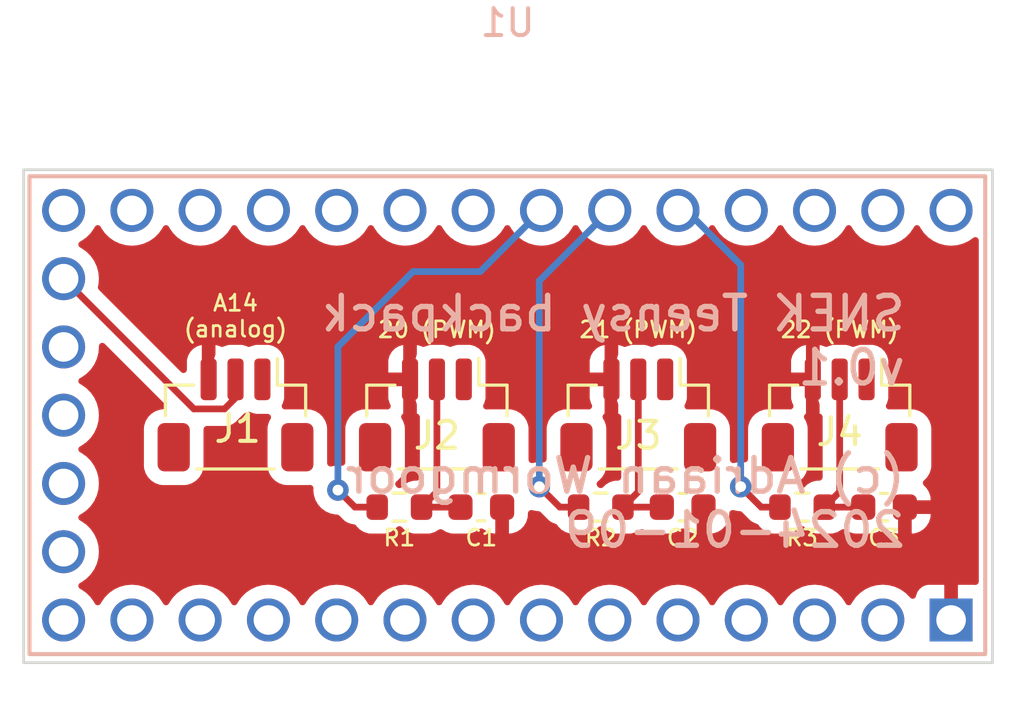
<source format=kicad_pcb>
(kicad_pcb (version 20211014) (generator pcbnew)
  (layers (0 "F.Cu" signal) (31 "B.Cu" signal) (34 "B.Paste" user) (35 "F.Paste" user) (36 "B.SilkS" user "B.Silkscreen") (37 "F.SilkS" user "F.Silkscreen") (38 "B.Mask" user) (39 "F.Mask" user) (44 "Edge.Cuts" user))
  (net 0 "")
  (net 1 "GND")
  (net 31 "Net-(C1-Pad1)")
  (net 32 "Net-(C2-Pad1)")
  (net 33 "A14_DAC")
  (net 36 "21_PWM")
  (net 37 "20_PWM")
  (net 38 "Net-(C3-Pad1)")
  (net 40 "22_PWM")
  (footprint "Resistor_SMD:R_0603_1608Metric" (layer "F.Cu") (at 159.258 100.203)
    (fp_text reference "R3" (at 0 1.143) (layer "F.SilkS") (effects (font (size 0.6 0.6) (thickness 0.1))))
    (fp_text value "10k" hide)
    (fp_line (start -0.237258 0.5225) (end 0.237258 0.5225) (layer "F.SilkS") (width 0.12))
    (fp_line (start -0.237258 -0.5225) (end 0.237258 -0.5225) (layer "F.SilkS") (width 0.12))
    (pad "1" smd roundrect (at -0.825 0) (size 0.8 0.95) (layers "F.Cu" "F.Paste" "F.Mask") (net 40 "22_PWM"))
    (pad "2" smd roundrect (at 0.825 0) (size 0.8 0.95) (layers "F.Cu" "F.Paste" "F.Mask") (net 38 "Net-(C3-Pad1)"))
  )
  (footprint "Connector_JST:JST_SH_BM03B-SRSS-TB_1x03-1MP_P1.00mm_Vertical" (layer "F.Cu") (at 145.669 96.774 180)
    (fp_text reference "J2" (at 0 -0.762) (layer "F.SilkS"))
    (fp_text value "Conn_01x03_Female" hide)
    (fp_line (start -1.44 -2.01) (end 1.44 -2.01) (layer "F.SilkS") (width 0.12))
    (fp_line (start -2.61 1.11) (end -1.56 1.11) (layer "F.SilkS") (width 0.12))
    (fp_line (start -2.61 -0.04) (end -2.61 1.11) (layer "F.SilkS") (width 0.12))
    (fp_line (start -1.56 1.11) (end -1.56 2.1) (layer "F.SilkS") (width 0.12))
    (fp_line (start 2.61 1.11) (end 1.56 1.11) (layer "F.SilkS") (width 0.12))
    (fp_line (start 2.61 -0.04) (end 2.61 1.11) (layer "F.SilkS") (width 0.12))
    (pad "1" smd roundrect (at -1 1.325 180) (size 0.6 1.55) (layers "F.Cu" "F.Paste" "F.Mask"))
    (pad "2" smd roundrect (at 0 1.325 180) (size 0.6 1.55) (layers "F.Cu" "F.Paste" "F.Mask") (net 31 "Net-(C1-Pad1)"))
    (pad "3" smd roundrect (at 1 1.325 180) (size 0.6 1.55) (layers "F.Cu" "F.Paste" "F.Mask") (net 1 "GND"))
    (pad "MP" smd roundrect (at 2.3 -1.2 180) (size 1.2 1.8) (layers "F.Cu" "F.Paste" "F.Mask") (roundrect_rratio 0.2083333333))
    (pad "MP" smd roundrect (at -2.3 -1.2 180) (size 1.2 1.8) (layers "F.Cu" "F.Paste" "F.Mask") (roundrect_rratio 0.2083333333))
  )
  (footprint "Connector_JST:JST_SH_BM03B-SRSS-TB_1x03-1MP_P1.00mm_Vertical" (layer "F.Cu") (at 153.162 96.774 180)
    (fp_text reference "J3" (at 0 -0.762) (layer "F.SilkS"))
    (fp_text value "Conn_01x03_Female" hide)
    (fp_line (start -2.61 1.11) (end -1.56 1.11) (layer "F.SilkS") (width 0.12))
    (fp_line (start -1.56 1.11) (end -1.56 2.1) (layer "F.SilkS") (width 0.12))
    (fp_line (start -1.44 -2.01) (end 1.44 -2.01) (layer "F.SilkS") (width 0.12))
    (fp_line (start 2.61 1.11) (end 1.56 1.11) (layer "F.SilkS") (width 0.12))
    (fp_line (start 2.61 -0.04) (end 2.61 1.11) (layer "F.SilkS") (width 0.12))
    (fp_line (start -2.61 -0.04) (end -2.61 1.11) (layer "F.SilkS") (width 0.12))
    (pad "1" smd roundrect (at -1 1.325 180) (size 0.6 1.55) (layers "F.Cu" "F.Paste" "F.Mask"))
    (pad "2" smd roundrect (at 0 1.325 180) (size 0.6 1.55) (layers "F.Cu" "F.Paste" "F.Mask") (net 32 "Net-(C2-Pad1)"))
    (pad "3" smd roundrect (at 1 1.325 180) (size 0.6 1.55) (layers "F.Cu" "F.Paste" "F.Mask") (net 1 "GND"))
    (pad "MP" smd roundrect (at 2.3 -1.2 180) (size 1.2 1.8) (layers "F.Cu" "F.Paste" "F.Mask") (roundrect_rratio 0.2083333333))
    (pad "MP" smd roundrect (at -2.3 -1.2 180) (size 1.2 1.8) (layers "F.Cu" "F.Paste" "F.Mask") (roundrect_rratio 0.2083333333))
  )
  (footprint "Connector_JST:JST_SH_BM03B-SRSS-TB_1x03-1MP_P1.00mm_Vertical" (layer "F.Cu") (at 160.655 96.774 180)
    (fp_text reference "J4" (at 0 -0.63) (layer "F.SilkS"))
    (fp_text value "Conn_01x03_Female" hide)
    (fp_line (start -1.44 -2.01) (end 1.44 -2.01) (layer "F.SilkS") (width 0.12))
    (fp_line (start 2.61 -0.04) (end 2.61 1.11) (layer "F.SilkS") (width 0.12))
    (fp_line (start -2.61 1.11) (end -1.56 1.11) (layer "F.SilkS") (width 0.12))
    (fp_line (start -1.56 1.11) (end -1.56 2.1) (layer "F.SilkS") (width 0.12))
    (fp_line (start -2.61 -0.04) (end -2.61 1.11) (layer "F.SilkS") (width 0.12))
    (fp_line (start 2.61 1.11) (end 1.56 1.11) (layer "F.SilkS") (width 0.12))
    (pad "1" smd roundrect (at -1 1.325 180) (size 0.6 1.55) (layers "F.Cu" "F.Paste" "F.Mask"))
    (pad "2" smd roundrect (at 0 1.325 180) (size 0.6 1.55) (layers "F.Cu" "F.Paste" "F.Mask") (net 38 "Net-(C3-Pad1)"))
    (pad "3" smd roundrect (at 1 1.325 180) (size 0.6 1.55) (layers "F.Cu" "F.Paste" "F.Mask") (net 1 "GND"))
    (pad "MP" smd roundrect (at 2.3 -1.2 180) (size 1.2 1.8) (layers "F.Cu" "F.Paste" "F.Mask") (roundrect_rratio 0.2083333333))
    (pad "MP" smd roundrect (at -2.3 -1.2 180) (size 1.2 1.8) (layers "F.Cu" "F.Paste" "F.Mask") (roundrect_rratio 0.2083333333))
  )
  (footprint "Connector_JST:JST_SH_BM03B-SRSS-TB_1x03-1MP_P1.00mm_Vertical" (layer "F.Cu") (at 138.176 96.774 180)
    (fp_text reference "J1" (at -0.08 -0.508) (layer "F.SilkS"))
    (fp_text value "Conn_01x03_Female" hide)
    (fp_line (start 2.61 1.11) (end 1.56 1.11) (layer "F.SilkS") (width 0.12))
    (fp_line (start -2.61 1.11) (end -1.56 1.11) (layer "F.SilkS") (width 0.12))
    (fp_line (start 2.61 -0.04) (end 2.61 1.11) (layer "F.SilkS") (width 0.12))
    (fp_line (start -2.61 -0.04) (end -2.61 1.11) (layer "F.SilkS") (width 0.12))
    (fp_line (start -1.44 -2.01) (end 1.44 -2.01) (layer "F.SilkS") (width 0.12))
    (fp_line (start -1.56 1.11) (end -1.56 2.1) (layer "F.SilkS") (width 0.12))
    (pad "1" smd roundrect (at -1 1.325 180) (size 0.6 1.55) (layers "F.Cu" "F.Paste" "F.Mask"))
    (pad "2" smd roundrect (at 0 1.325 180) (size 0.6 1.55) (layers "F.Cu" "F.Paste" "F.Mask") (net 33 "A14_DAC"))
    (pad "3" smd roundrect (at 1 1.325 180) (size 0.6 1.55) (layers "F.Cu" "F.Paste" "F.Mask") (net 1 "GND"))
    (pad "MP" smd roundrect (at -2.3 -1.2 180) (size 1.2 1.8) (layers "F.Cu" "F.Paste" "F.Mask") (roundrect_rratio 0.2083333333))
    (pad "MP" smd roundrect (at 2.3 -1.2 180) (size 1.2 1.8) (layers "F.Cu" "F.Paste" "F.Mask") (roundrect_rratio 0.2083333333))
  )
  (footprint "Capacitor_SMD:C_0603_1608Metric" (layer "F.Cu") (at 162.306 100.203)
    (fp_text reference "C3" (at 0 1.143) (layer "F.SilkS") (effects (font (size 0.6 0.6) (thickness 0.1))))
    (fp_text value "1uf" hide)
    (fp_line (start -0.14058 -0.51) (end 0.14058 -0.51) (layer "F.SilkS") (width 0.12))
    (fp_line (start -0.14058 0.51) (end 0.14058 0.51) (layer "F.SilkS") (width 0.12))
    (pad "1" smd roundrect (at -0.775 0) (size 0.9 0.95) (layers "F.Cu" "F.Paste" "F.Mask") (net 38 "Net-(C3-Pad1)"))
    (pad "2" smd roundrect (at 0.775 0) (size 0.9 0.95) (layers "F.Cu" "F.Paste" "F.Mask") (net 1 "GND"))
  )
  (footprint "Resistor_SMD:R_0603_1608Metric" (layer "F.Cu") (at 144.272 100.203)
    (fp_text reference "R1" (at 0 1.143) (layer "F.SilkS") (effects (font (size 0.6 0.6) (thickness 0.1))))
    (fp_text value "10k" hide)
    (fp_line (start -0.237258 0.5225) (end 0.237258 0.5225) (layer "F.SilkS") (width 0.12))
    (fp_line (start -0.237258 -0.5225) (end 0.237258 -0.5225) (layer "F.SilkS") (width 0.12))
    (pad "1" smd roundrect (at -0.825 0) (size 0.8 0.95) (layers "F.Cu" "F.Paste" "F.Mask") (net 37 "20_PWM"))
    (pad "2" smd roundrect (at 0.825 0) (size 0.8 0.95) (layers "F.Cu" "F.Paste" "F.Mask") (net 31 "Net-(C1-Pad1)"))
  )
  (footprint "Capacitor_SMD:C_0603_1608Metric" (layer "F.Cu") (at 154.813 100.203)
    (fp_text reference "C2" (at 0 1.143) (layer "F.SilkS") (effects (font (size 0.6 0.6) (thickness 0.1))))
    (fp_text value "1uf" hide)
    (fp_line (start -0.14058 -0.51) (end 0.14058 -0.51) (layer "F.SilkS") (width 0.12))
    (fp_line (start -0.14058 0.51) (end 0.14058 0.51) (layer "F.SilkS") (width 0.12))
    (pad "1" smd roundrect (at -0.775 0) (size 0.9 0.95) (layers "F.Cu" "F.Paste" "F.Mask") (net 32 "Net-(C2-Pad1)"))
    (pad "2" smd roundrect (at 0.775 0) (size 0.9 0.95) (layers "F.Cu" "F.Paste" "F.Mask") (net 1 "GND"))
  )
  (footprint "Resistor_SMD:R_0603_1608Metric" (layer "F.Cu") (at 151.765 100.203)
    (fp_text reference "R2" (at 0 1.143) (layer "F.SilkS") (effects (font (size 0.6 0.6) (thickness 0.1))))
    (fp_text value "10k" hide)
    (fp_line (start -0.237258 0.5225) (end 0.237258 0.5225) (layer "F.SilkS") (width 0.12))
    (fp_line (start -0.237258 -0.5225) (end 0.237258 -0.5225) (layer "F.SilkS") (width 0.12))
    (pad "1" smd roundrect (at -0.825 0) (size 0.8 0.95) (layers "F.Cu" "F.Paste" "F.Mask") (net 36 "21_PWM"))
    (pad "2" smd roundrect (at 0.825 0) (size 0.8 0.95) (layers "F.Cu" "F.Paste" "F.Mask") (net 32 "Net-(C2-Pad1)"))
  )
  (footprint "Capacitor_SMD:C_0603_1608Metric" (layer "F.Cu") (at 147.32 100.203)
    (fp_text reference "C1" (at 0 1.143) (layer "F.SilkS") (effects (font (size 0.6 0.6) (thickness 0.1))))
    (fp_text value "1uf" hide)
    (fp_line (start -0.14058 -0.51) (end 0.14058 -0.51) (layer "F.SilkS") (width 0.12))
    (fp_line (start -0.14058 0.51) (end 0.14058 0.51) (layer "F.SilkS") (width 0.12))
    (pad "1" smd roundrect (at -0.775 0) (size 0.9 0.95) (layers "F.Cu" "F.Paste" "F.Mask") (net 31 "Net-(C1-Pad1)"))
    (pad "2" smd roundrect (at 0.775 0) (size 0.9 0.95) (layers "F.Cu" "F.Paste" "F.Mask") (net 1 "GND"))
  )
  (footprint "teensy_library-master:Teensy30_31_32_outside_pins" (layer "B.Cu") (at 148.3 82.6825 180)
    (fp_text reference "U1" (at 0 0.5 unlocked) (layer "B.SilkS") (effects (justify mirror)))
    (fp_text value "Teensy3.2_backpack")
    (fp_line (start -17.77 -5.21) (end 17.79 -5.21) (layer "B.SilkS") (width 0.15))
    (fp_line (start 17.79 -5.21) (end 17.79 -22.99) (layer "B.SilkS") (width 0.15))
    (fp_line (start -17.77 -22.99) (end -17.77 -5.21) (layer "B.SilkS") (width 0.15))
    (fp_line (start 17.79 -22.99) (end -17.77 -22.99) (layer "B.SilkS") (width 0.15))
    (pad "1" thru_hole rect locked (at -16.5 -21.72 180) (size 1.6 1.6) (drill 1.1) (layers *.Cu *.Mask) (net 1 "GND"))
    (pad "2" thru_hole circle locked (at -13.96 -21.72 180) (size 1.6 1.6) (drill 1.1) (layers *.Cu *.Mask))
    (pad "3" thru_hole circle locked (at -11.42 -21.72 180) (size 1.6 1.6) (drill 1.1) (layers *.Cu *.Mask))
    (pad "4" thru_hole circle locked (at -8.88 -21.72 180) (size 1.6 1.6) (drill 1.1) (layers *.Cu *.Mask))
    (pad "5" thru_hole circle locked (at -6.34 -21.72 180) (size 1.6 1.6) (drill 1.1) (layers *.Cu *.Mask))
    (pad "6" thru_hole circle locked (at -3.8 -21.72 180) (size 1.6 1.6) (drill 1.1) (layers *.Cu *.Mask))
    (pad "7" thru_hole circle locked (at -1.26 -21.72 180) (size 1.6 1.6) (drill 1.1) (layers *.Cu *.Mask))
    (pad "8" thru_hole circle locked (at 1.28 -21.72 180) (size 1.6 1.6) (drill 1.1) (layers *.Cu *.Mask))
    (pad "9" thru_hole circle locked (at 3.82 -21.72 180) (size 1.6 1.6) (drill 1.1) (layers *.Cu *.Mask))
    (pad "10" thru_hole circle locked (at 6.36 -21.72 180) (size 1.6 1.6) (drill 1.1) (layers *.Cu *.Mask))
    (pad "11" thru_hole circle locked (at 8.9 -21.72 180) (size 1.6 1.6) (drill 1.1) (layers *.Cu *.Mask))
    (pad "12" thru_hole circle locked (at 11.44 -21.72 180) (size 1.6 1.6) (drill 1.1) (layers *.Cu *.Mask))
    (pad "13" thru_hole circle locked (at 13.98 -21.72 180) (size 1.6 1.6) (drill 1.1) (layers *.Cu *.Mask))
    (pad "14" thru_hole circle locked (at 16.52 -21.72 180) (size 1.6 1.6) (drill 1.1) (layers *.Cu *.Mask))
    (pad "15" thru_hole circle locked (at 16.52 -19.18 180) (size 1.6 1.6) (drill 1.1) (layers *.Cu *.Mask))
    (pad "16" thru_hole circle locked (at 16.52 -16.64 180) (size 1.6 1.6) (drill 1.1) (layers *.Cu *.Mask))
    (pad "17" thru_hole circle locked (at 16.52 -14.1 180) (size 1.6 1.6) (drill 1.1) (layers *.Cu *.Mask))
    (pad "18" thru_hole circle locked (at 16.52 -11.56 180) (size 1.6 1.6) (drill 1.1) (layers *.Cu *.Mask))
    (pad "19" thru_hole circle locked (at 16.52 -9.02 180) (size 1.6 1.6) (drill 1.1) (layers *.Cu *.Mask) (net 33 "A14_DAC"))
    (pad "20" thru_hole circle locked (at 16.52 -6.48 180) (size 1.6 1.6) (drill 1.1) (layers *.Cu *.Mask))
    (pad "21" thru_hole circle locked (at 13.98 -6.48 180) (size 1.6 1.6) (drill 1.1) (layers *.Cu *.Mask))
    (pad "22" thru_hole circle locked (at 11.44 -6.48 180) (size 1.6 1.6) (drill 1.1) (layers *.Cu *.Mask))
    (pad "23" thru_hole circle locked (at 8.9 -6.48 180) (size 1.6 1.6) (drill 1.1) (layers *.Cu *.Mask))
    (pad "24" thru_hole circle locked (at 6.36 -6.48 180) (size 1.6 1.6) (drill 1.1) (layers *.Cu *.Mask))
    (pad "25" thru_hole circle locked (at 3.82 -6.48 180) (size 1.6 1.6) (drill 1.1) (layers *.Cu *.Mask))
    (pad "26" thru_hole circle locked (at 1.28 -6.48 180) (size 1.6 1.6) (drill 1.1) (layers *.Cu *.Mask))
    (pad "27" thru_hole circle locked (at -1.26 -6.48 180) (size 1.6 1.6) (drill 1.1) (layers *.Cu *.Mask) (net 37 "20_PWM"))
    (pad "28" thru_hole circle locked (at -3.8 -6.48 180) (size 1.6 1.6) (drill 1.1) (layers *.Cu *.Mask) (net 36 "21_PWM"))
    (pad "29" thru_hole circle locked (at -6.34 -6.48 180) (size 1.6 1.6) (drill 1.1) (layers *.Cu *.Mask) (net 40 "22_PWM"))
    (pad "30" thru_hole circle locked (at -8.88 -6.48 180) (size 1.6 1.6) (drill 1.1) (layers *.Cu *.Mask))
    (pad "31" thru_hole circle locked (at -11.42 -6.48 180) (size 1.6 1.6) (drill 1.1) (layers *.Cu *.Mask))
    (pad "32" thru_hole circle locked (at -13.96 -6.48 180) (size 1.6 1.6) (drill 1.1) (layers *.Cu *.Mask))
    (pad "33" thru_hole circle locked (at -16.5 -6.48 180) (size 1.6 1.6) (drill 1.1) (layers *.Cu *.Mask))
  )
  (gr_rect (start 130.29 87.65) (end 166.34 105.99) (layer "Edge.Cuts") (width 0.1) (fill none))
  (gr_text "SNEK Teensy backpack\nv0.1\n\n(c) Adriaan Wormgoor\n2024-01-09" (at 163.195 97.028) (layer "B.SilkS") (effects (font (size 1.25 1.25) (thickness 0.2)) (justify left mirror)))
  (gr_text "20 (PWM)" (at 145.669 93.599) (layer "F.SilkS") (effects (font (size 0.6 0.6) (thickness 0.1))))
  (gr_text "A14\n(analog)" (at 138.176 93.091) (layer "F.SilkS") (effects (font (size 0.6 0.6) (thickness 0.1))))
  (gr_text "21 (PWM)" (at 153.162 93.599) (layer "F.SilkS") (effects (font (size 0.6 0.6) (thickness 0.1))))
  (gr_text "22 (PWM)" (at 160.655 93.599) (layer "F.SilkS") (effects (font (size 0.6 0.6) (thickness 0.1))))
  (segment (start 145.669 99.631) (end 145.669 95.449) (width 0.25) (layer "F.Cu") (net 31))
  (segment (start 145.097 100.203) (end 145.669 99.631) (width 0.25) (layer "F.Cu") (net 31))
  (segment (start 145.097 100.203) (end 146.545 100.203) (width 0.25) (layer "F.Cu") (net 31))
  (segment (start 153.162 99.631) (end 153.162 95.449) (width 0.25) (layer "F.Cu") (net 32))
  (segment (start 152.59 100.203) (end 154.038 100.203) (width 0.25) (layer "F.Cu") (net 32))
  (segment (start 152.59 100.203) (end 153.162 99.631) (width 0.25) (layer "F.Cu") (net 32))
  (segment (start 137.76648 96.54852) (end 138.176 96.139) (width 0.25) (layer "F.Cu") (net 33))
  (segment (start 131.78 91.7025) (end 136.62602 96.54852) (width 0.25) (layer "F.Cu") (net 33))
  (segment (start 136.62602 96.54852) (end 137.76648 96.54852) (width 0.25) (layer "F.Cu") (net 33))
  (segment (start 138.176 96.139) (end 138.176 95.449) (width 0.25) (layer "F.Cu") (net 33))
  (segment (start 149.5425 99.5045) (end 150.241 100.203) (width 0.25) (layer "F.Cu") (net 36))
  (segment (start 149.479 99.441) (end 149.5425 99.5045) (width 0.25) (layer "F.Cu") (net 36))
  (segment (start 150.241 100.203) (end 150.94 100.203) (width 0.25) (layer "F.Cu") (net 36))
  (via (at 149.479 99.441) (size 0.8) (drill 0.4) (layers "F.Cu" "B.Cu") (net 36))
  (segment (start 152.1 89.1625) (end 149.479 91.7835) (width 0.25) (layer "B.Cu") (net 36))
  (segment (start 149.479 91.7835) (end 149.479 99.441) (width 0.25) (layer "B.Cu") (net 36))
  (segment (start 141.986 99.568) (end 142.621 100.203) (width 0.25) (layer "F.Cu") (net 37))
  (segment (start 142.621 100.203) (end 143.447 100.203) (width 0.25) (layer "F.Cu") (net 37))
  (via (at 141.986 99.568) (size 0.8) (drill 0.4) (layers "F.Cu" "B.Cu") (net 37))
  (segment (start 149.56 89.1625) (end 147.2825 91.44) (width 0.25) (layer "B.Cu") (net 37))
  (segment (start 141.986 94.234) (end 141.986 99.568) (width 0.25) (layer "B.Cu") (net 37))
  (segment (start 147.2825 91.44) (end 144.78 91.44) (width 0.25) (layer "B.Cu") (net 37))
  (segment (start 144.78 91.44) (end 141.986 94.234) (width 0.25) (layer "B.Cu") (net 37))
  (segment (start 160.083 100.203) (end 160.655 99.631) (width 0.25) (layer "F.Cu") (net 38))
  (segment (start 160.083 100.203) (end 161.531 100.203) (width 0.25) (layer "F.Cu") (net 38))
  (segment (start 160.655 99.631) (end 160.655 95.449) (width 0.25) (layer "F.Cu") (net 38))
  (segment (start 157.734 100.203) (end 158.433 100.203) (width 0.25) (layer "F.Cu") (net 40))
  (segment (start 156.972 99.441) (end 157.734 100.203) (width 0.25) (layer "F.Cu") (net 40))
  (via (at 156.972 99.441) (size 0.8) (drill 0.4) (layers "F.Cu" "B.Cu") (net 40))
  (segment (start 154.64 89.1625) (end 154.9485 89.1625) (width 0.25) (layer "B.Cu") (net 40))
  (segment (start 154.9485 89.1625) (end 156.972 91.186) (width 0.25) (layer "B.Cu") (net 40))
  (segment (start 156.972 91.186) (end 156.972 99.441) (width 0.25) (layer "B.Cu") (net 40))
  (zone (net 1) (net_name "GND") (layer "F.Cu") (connect_pads (clearance 0.508)) (min_thickness 0.254) (fill yes (thermal_gap 0.508) (thermal_bridge_width 0.508))
    (polygon (pts (xy 167.513 107.188) (xy 129.667 107.442) (xy 129.413 86.868) (xy 167.259 86.868)))
  )
)
</source>
